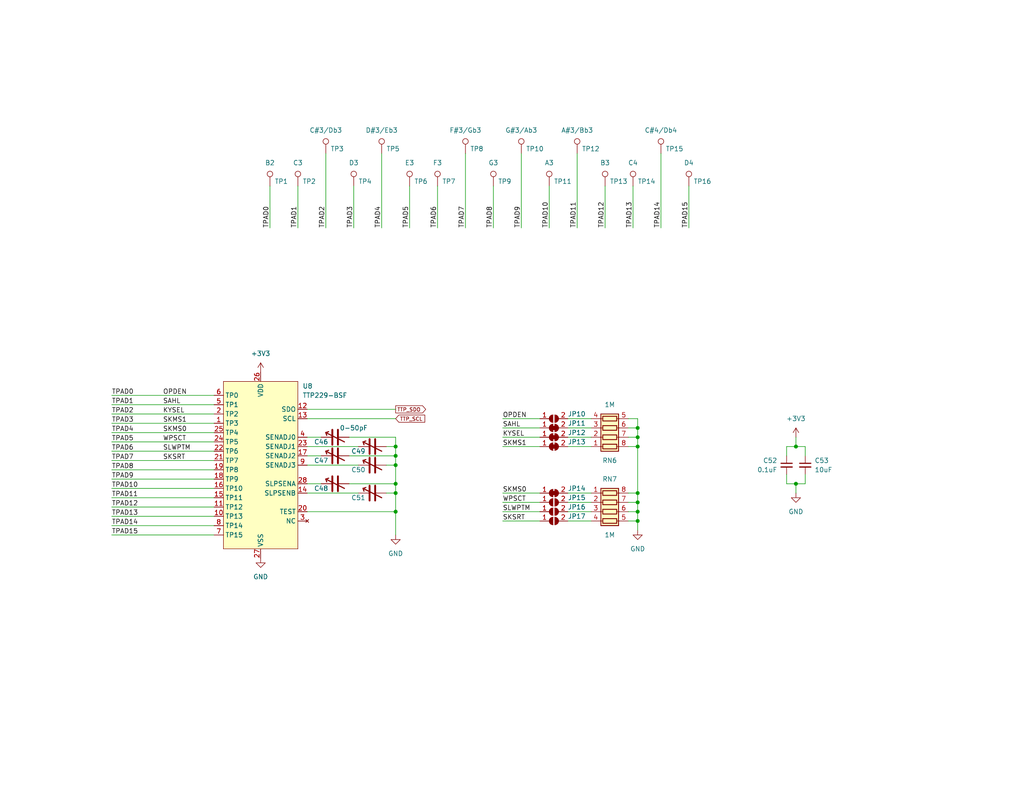
<source format=kicad_sch>
(kicad_sch (version 20230121) (generator eeschema)
  (paper "A")
  (title_block (title "pico_synth_sandbox - Touch Keyboard") (date "2023-11-29") (rev "2") (comment 3 "pico-synth-sandbox.dcdalrymple.com") (comment 4 "D Cooper Dalrymple"))
  (lib_symbols
    (symbol "Connector:TestPoint" (pin_numbers hide) (pin_names (offset 0.762) hide)
      (property "Reference" "TP" (at 0 6.858 0))
      (property "Value" "TestPoint" (at 0 5.08 0))
      (symbol "TestPoint_0_1"
        (circle (center 0 3.302) (radius 0.762))
      )
      (symbol "TestPoint_1_1"
        (pin passive line (at 0 0 90) (length 2.54) (name "1") (number "1"))
      )
    )
    (symbol "Device:C_Small" (pin_numbers hide) (pin_names (offset 0.254) hide)
      (property "Reference" "C" (at 0.254 1.778 0))
      (property "Value" "C_Small" (at 0.254 -2.032 0))
      (symbol "C_Small_0_1"
        (polyline (pts (xy -1.524 -0.508) (xy 1.524 -0.508)) (stroke (width 0.3302)))
        (polyline (pts (xy -1.524 0.508) (xy 1.524 0.508)) (stroke (width 0.3048)))
      )
      (symbol "C_Small_1_1"
        (pin passive line (at 0 2.54 270) (length 2.032) (name "~") (number "1"))
        (pin passive line (at 0 -2.54 90) (length 2.032) (name "~") (number "2"))
      )
    )
    (symbol "Device:C_Variable" (pin_numbers hide) (pin_names (offset 0.254) hide)
      (property "Reference" "C" (at 0.635 -1.905 0))
      (property "Value" "C_Variable" (at 0.635 -3.81 0))
      (symbol "C_Variable_0_1"
        (polyline (pts (xy -2.032 -0.762) (xy 2.032 -0.762)) (stroke (width 0.508)))
        (polyline (pts (xy -2.032 0.762) (xy 2.032 0.762)) (stroke (width 0.508)))
        (polyline (pts (xy 1.27 2.54) (xy -1.27 -2.54)) (stroke (width 0.3048)))
        (polyline (pts (xy 1.27 2.54) (xy 0.508 2.286)) (stroke (width 0.3048)))
        (polyline (pts (xy 1.27 2.54) (xy 1.524 1.778)) (stroke (width 0.3048)))
      )
      (symbol "C_Variable_1_1"
        (pin passive line (at 0 3.81 270) (length 3.048) (name "~") (number "1"))
        (pin passive line (at 0 -3.81 90) (length 3.048) (name "~") (number "2"))
      )
    )
    (symbol "Device:R_Pack04" (pin_names (offset 0) hide)
      (property "Reference" "RN" (at -7.62 0 90))
      (property "Value" "R_Pack04" (at 5.08 0 90))
      (symbol "R_Pack04_0_1"
        (rectangle (start -6.35 -2.413) (end 3.81 2.413) (stroke (width 0.254)) (fill (type background)))
        (rectangle (start -5.715 1.905) (end -4.445 -1.905) (stroke (width 0.254)))
        (rectangle (start -3.175 1.905) (end -1.905 -1.905) (stroke (width 0.254)))
        (rectangle (start -0.635 1.905) (end 0.635 -1.905) (stroke (width 0.254)))
        (polyline (pts (xy -5.08 -2.54) (xy -5.08 -1.905)))
        (polyline (pts (xy -5.08 1.905) (xy -5.08 2.54)))
        (polyline (pts (xy -2.54 -2.54) (xy -2.54 -1.905)))
        (polyline (pts (xy -2.54 1.905) (xy -2.54 2.54)))
        (polyline (pts (xy 0 -2.54) (xy 0 -1.905)))
        (polyline (pts (xy 0 1.905) (xy 0 2.54)))
        (polyline (pts (xy 2.54 -2.54) (xy 2.54 -1.905)))
        (polyline (pts (xy 2.54 1.905) (xy 2.54 2.54)))
        (rectangle (start 1.905 1.905) (end 3.175 -1.905) (stroke (width 0.254)))
      )
      (symbol "R_Pack04_1_1"
        (pin passive line (at -5.08 -5.08 90) (length 2.54) (name "R1.1") (number "1"))
        (pin passive line (at -2.54 -5.08 90) (length 2.54) (name "R2.1") (number "2"))
        (pin passive line (at 0 -5.08 90) (length 2.54) (name "R3.1") (number "3"))
        (pin passive line (at 2.54 -5.08 90) (length 2.54) (name "R4.1") (number "4"))
        (pin passive line (at 2.54 5.08 270) (length 2.54) (name "R4.2") (number "5"))
        (pin passive line (at 0 5.08 270) (length 2.54) (name "R3.2") (number "6"))
        (pin passive line (at -2.54 5.08 270) (length 2.54) (name "R2.2") (number "7"))
        (pin passive line (at -5.08 5.08 270) (length 2.54) (name "R1.2") (number "8"))
      )
    )
    (symbol "Jumper:SolderJumper_2_Bridged" (pin_names (offset 0) hide)
      (property "Reference" "JP" (at 0 2.032 0))
      (property "Value" "SolderJumper_2_Bridged" (at 0 -2.54 0))
      (symbol "SolderJumper_2_Bridged_0_1"
        (rectangle (start -0.508 0.508) (end 0.508 -0.508) (fill (type outline)))
        (arc (start -0.254 1.016) (mid -1.2656 0) (end -0.254 -1.016))
        (arc (start -0.254 1.016) (mid -1.2656 0) (end -0.254 -1.016) (fill (type outline)))
        (polyline (pts (xy -0.254 1.016) (xy -0.254 -1.016)))
        (polyline (pts (xy 0.254 1.016) (xy 0.254 -1.016)))
        (arc (start 0.254 -1.016) (mid 1.2656 0) (end 0.254 1.016))
        (arc (start 0.254 -1.016) (mid 1.2656 0) (end 0.254 1.016) (fill (type outline)))
      )
      (symbol "SolderJumper_2_Bridged_1_1"
        (pin passive line (at -3.81 0 0) (length 2.54) (name "A") (number "1"))
        (pin passive line (at 3.81 0 180) (length 2.54) (name "B") (number "2"))
      )
    )
    (symbol "Jumper:SolderJumper_2_Open" (pin_names (offset 0) hide)
      (property "Reference" "JP" (at 0 2.032 0))
      (property "Value" "SolderJumper_2_Open" (at 0 -2.54 0))
      (symbol "SolderJumper_2_Open_0_1"
        (arc (start -0.254 1.016) (mid -1.2656 0) (end -0.254 -1.016))
        (arc (start -0.254 1.016) (mid -1.2656 0) (end -0.254 -1.016) (fill (type outline)))
        (polyline (pts (xy -0.254 1.016) (xy -0.254 -1.016)))
        (polyline (pts (xy 0.254 1.016) (xy 0.254 -1.016)))
        (arc (start 0.254 -1.016) (mid 1.2656 0) (end 0.254 1.016))
        (arc (start 0.254 -1.016) (mid 1.2656 0) (end 0.254 1.016) (fill (type outline)))
      )
      (symbol "SolderJumper_2_Open_1_1"
        (pin passive line (at -3.81 0 0) (length 2.54) (name "A") (number "1"))
        (pin passive line (at 3.81 0 180) (length 2.54) (name "B") (number "2"))
      )
    )
    (symbol "pico_synth_sandbox:TTP229-BSF"
      (property "Reference" "U" (at 11.43 21.59 0))
      (property "Value" "TTP229-BSF" (at 11.43 19.05 0))
      (symbol "TTP229-BSF_1_1"
        (rectangle (start -10.16 22.86) (end 10.16 -22.86) (fill (type background)))
        (pin input line (at -12.7 11.43 0) (length 2.54) (name "TP3") (number "1"))
        (pin input line (at -12.7 -13.97 0) (length 2.54) (name "TP13") (number "10"))
        (pin input line (at -12.7 -11.43 0) (length 2.54) (name "TP12") (number "11"))
        (pin output line (at 12.7 15.24 180) (length 2.54) (name "SDO") (number "12"))
        (pin input line (at 12.7 12.7 180) (length 2.54) (name "SCL") (number "13"))
        (pin input line (at 12.7 -7.62 180) (length 2.54) (name "SLPSENB") (number "14"))
        (pin input line (at -12.7 -8.89 0) (length 2.54) (name "TP11") (number "15"))
        (pin input line (at -12.7 -6.35 0) (length 2.54) (name "TP10") (number "16"))
        (pin input line (at 12.7 2.54 180) (length 2.54) (name "SENADJ2") (number "17"))
        (pin input line (at -12.7 -3.81 0) (length 2.54) (name "TP9") (number "18"))
        (pin input line (at -12.7 -1.27 0) (length 2.54) (name "TP8") (number "19"))
        (pin input line (at -12.7 13.97 0) (length 2.54) (name "TP2") (number "2"))
        (pin input line (at 12.7 -12.7 180) (length 2.54) (name "TEST") (number "20"))
        (pin input line (at -12.7 1.27 0) (length 2.54) (name "TP7") (number "21"))
        (pin input line (at -12.7 3.81 0) (length 2.54) (name "TP6") (number "22"))
        (pin input line (at 12.7 5.08 180) (length 2.54) (name "SENADJ1") (number "23"))
        (pin input line (at -12.7 6.35 0) (length 2.54) (name "TP5") (number "24"))
        (pin input line (at -12.7 8.89 0) (length 2.54) (name "TP4") (number "25"))
        (pin power_in line (at 0 25.4 270) (length 2.54) (name "VDD") (number "26"))
        (pin power_in line (at 0 -25.4 90) (length 2.54) (name "VSS") (number "27"))
        (pin input line (at 12.7 -5.08 180) (length 2.54) (name "SLPSENA") (number "28"))
        (pin no_connect line (at 12.7 -15.24 180) (length 2.54) (name "NC") (number "3"))
        (pin input line (at 12.7 7.62 180) (length 2.54) (name "SENADJ0") (number "4"))
        (pin input line (at -12.7 16.51 0) (length 2.54) (name "TP1") (number "5"))
        (pin input line (at -12.7 19.05 0) (length 2.54) (name "TP0") (number "6"))
        (pin input line (at -12.7 -19.05 0) (length 2.54) (name "TP15") (number "7"))
        (pin input line (at -12.7 -16.51 0) (length 2.54) (name "TP14") (number "8"))
        (pin input line (at 12.7 0 180) (length 2.54) (name "SENADJ3") (number "9"))
      )
    )
    (symbol "power:+3V3" (power) (pin_names (offset 0))
      (property "Value" "+3V3" (at 0 3.556 0))
      (symbol "+3V3_0_1"
        (polyline (pts (xy -0.762 1.27) (xy 0 2.54)))
        (polyline (pts (xy 0 0) (xy 0 2.54)))
        (polyline (pts (xy 0 2.54) (xy 0.762 1.27)))
      )
      (symbol "+3V3_1_1"
        (pin power_in line (at 0 0 90) (length 0) hide (name "+3V3") (number "1"))
      )
    )
    (symbol "power:GND" (power) (pin_names (offset 0))
      (property "Value" "GND" (at 0 -3.81 0))
      (symbol "GND_0_1"
        (polyline (pts (xy 0 0) (xy 0 -1.27) (xy 1.27 -1.27) (xy 0 -2.54) (xy -1.27 -1.27) (xy 0 -1.27)))
      )
      (symbol "GND_1_1"
        (pin power_in line (at 0 0 270) (length 0) hide (name "GND") (number "1"))
      )
    )
  )
  (junction (at 173.99 119.38))
  (junction (at 173.99 142.24))
  (junction (at 173.99 134.62))
  (junction (at 107.95 132.08))
  (junction (at 107.95 139.7))
  (junction (at 173.99 137.16))
  (junction (at 107.95 124.46))
  (junction (at 107.95 121.92))
  (junction (at 173.99 139.7))
  (junction (at 173.99 121.92))
  (junction (at 107.95 127))
  (junction (at 217.17 132.08))
  (junction (at 107.95 134.62))
  (junction (at 217.17 121.92))
  (junction (at 173.99 116.84))
  (wire (pts (xy 83.82 134.62) (xy 97.79 134.62)))
  (wire (pts (xy 30.48 115.57) (xy 58.42 115.57)))
  (wire (pts (xy 171.45 137.16) (xy 173.99 137.16)))
  (wire (pts (xy 30.48 123.19) (xy 58.42 123.19)))
  (wire (pts (xy 214.63 132.08) (xy 214.63 129.54)))
  (wire (pts (xy 217.17 121.92) (xy 219.71 121.92)))
  (wire (pts (xy 88.9 41.91) (xy 88.9 62.23)))
  (wire (pts (xy 154.94 142.24) (xy 161.29 142.24)))
  (wire (pts (xy 171.45 134.62) (xy 173.99 134.62)))
  (wire (pts (xy 142.24 41.91) (xy 142.24 62.23)))
  (wire (pts (xy 173.99 137.16) (xy 173.99 139.7)))
  (wire (pts (xy 137.16 116.84) (xy 147.32 116.84)))
  (wire (pts (xy 30.48 135.89) (xy 58.42 135.89)))
  (wire (pts (xy 107.95 124.46) (xy 107.95 127)))
  (wire (pts (xy 107.95 132.08) (xy 107.95 134.62)))
  (wire (pts (xy 107.95 127) (xy 107.95 132.08)))
  (wire (pts (xy 173.99 142.24) (xy 173.99 144.78)))
  (wire (pts (xy 96.52 50.8) (xy 96.52 62.23)))
  (wire (pts (xy 149.86 50.8) (xy 149.86 62.23)))
  (wire (pts (xy 95.25 132.08) (xy 107.95 132.08)))
  (wire (pts (xy 137.16 119.38) (xy 147.32 119.38)))
  (wire (pts (xy 137.16 114.3) (xy 147.32 114.3)))
  (wire (pts (xy 173.99 119.38) (xy 173.99 121.92)))
  (wire (pts (xy 134.62 50.8) (xy 134.62 62.23)))
  (wire (pts (xy 171.45 116.84) (xy 173.99 116.84)))
  (wire (pts (xy 217.17 119.38) (xy 217.17 121.92)))
  (wire (pts (xy 173.99 116.84) (xy 173.99 119.38)))
  (wire (pts (xy 119.38 50.8) (xy 119.38 62.23)))
  (wire (pts (xy 83.82 114.3) (xy 107.95 114.3)))
  (wire (pts (xy 217.17 121.92) (xy 214.63 121.92)))
  (wire (pts (xy 219.71 121.92) (xy 219.71 124.46)))
  (wire (pts (xy 173.99 121.92) (xy 171.45 121.92)))
  (wire (pts (xy 173.99 121.92) (xy 173.99 134.62)))
  (wire (pts (xy 154.94 139.7) (xy 161.29 139.7)))
  (wire (pts (xy 30.48 113.03) (xy 58.42 113.03)))
  (wire (pts (xy 107.95 134.62) (xy 107.95 139.7)))
  (wire (pts (xy 30.48 118.11) (xy 58.42 118.11)))
  (wire (pts (xy 30.48 143.51) (xy 58.42 143.51)))
  (wire (pts (xy 30.48 107.95) (xy 58.42 107.95)))
  (wire (pts (xy 180.34 41.91) (xy 180.34 62.23)))
  (wire (pts (xy 111.76 50.8) (xy 111.76 62.23)))
  (wire (pts (xy 173.99 142.24) (xy 171.45 142.24)))
  (wire (pts (xy 137.16 121.92) (xy 147.32 121.92)))
  (wire (pts (xy 83.82 121.92) (xy 97.79 121.92)))
  (wire (pts (xy 154.94 116.84) (xy 161.29 116.84)))
  (wire (pts (xy 214.63 121.92) (xy 214.63 124.46)))
  (wire (pts (xy 187.96 50.8) (xy 187.96 62.23)))
  (wire (pts (xy 30.48 130.81) (xy 58.42 130.81)))
  (wire (pts (xy 105.41 121.92) (xy 107.95 121.92)))
  (wire (pts (xy 73.66 50.8) (xy 73.66 62.23)))
  (wire (pts (xy 107.95 121.92) (xy 107.95 124.46)))
  (wire (pts (xy 154.94 134.62) (xy 161.29 134.62)))
  (wire (pts (xy 172.72 50.8) (xy 172.72 62.23)))
  (wire (pts (xy 217.17 132.08) (xy 214.63 132.08)))
  (wire (pts (xy 30.48 128.27) (xy 58.42 128.27)))
  (wire (pts (xy 173.99 139.7) (xy 173.99 142.24)))
  (wire (pts (xy 154.94 119.38) (xy 161.29 119.38)))
  (wire (pts (xy 83.82 139.7) (xy 107.95 139.7)))
  (wire (pts (xy 154.94 137.16) (xy 161.29 137.16)))
  (wire (pts (xy 105.41 134.62) (xy 107.95 134.62)))
  (wire (pts (xy 171.45 119.38) (xy 173.99 119.38)))
  (wire (pts (xy 173.99 114.3) (xy 173.99 116.84)))
  (wire (pts (xy 137.16 137.16) (xy 147.32 137.16)))
  (wire (pts (xy 30.48 110.49) (xy 58.42 110.49)))
  (wire (pts (xy 30.48 140.97) (xy 58.42 140.97)))
  (wire (pts (xy 165.1 50.8) (xy 165.1 62.23)))
  (wire (pts (xy 30.48 146.05) (xy 58.42 146.05)))
  (wire (pts (xy 219.71 129.54) (xy 219.71 132.08)))
  (wire (pts (xy 137.16 142.24) (xy 147.32 142.24)))
  (wire (pts (xy 107.95 139.7) (xy 107.95 146.05)))
  (wire (pts (xy 171.45 139.7) (xy 173.99 139.7)))
  (wire (pts (xy 105.41 127) (xy 107.95 127)))
  (wire (pts (xy 81.28 50.8) (xy 81.28 62.23)))
  (wire (pts (xy 173.99 134.62) (xy 173.99 137.16)))
  (wire (pts (xy 83.82 124.46) (xy 87.63 124.46)))
  (wire (pts (xy 154.94 114.3) (xy 161.29 114.3)))
  (wire (pts (xy 157.48 41.91) (xy 157.48 62.23)))
  (wire (pts (xy 83.82 132.08) (xy 87.63 132.08)))
  (wire (pts (xy 137.16 134.62) (xy 147.32 134.62)))
  (wire (pts (xy 30.48 133.35) (xy 58.42 133.35)))
  (wire (pts (xy 83.82 127) (xy 97.79 127)))
  (wire (pts (xy 30.48 120.65) (xy 58.42 120.65)))
  (wire (pts (xy 95.25 119.38) (xy 107.95 119.38)))
  (wire (pts (xy 107.95 119.38) (xy 107.95 121.92)))
  (wire (pts (xy 30.48 125.73) (xy 58.42 125.73)))
  (wire (pts (xy 154.94 121.92) (xy 161.29 121.92)))
  (wire (pts (xy 83.82 119.38) (xy 87.63 119.38)))
  (wire (pts (xy 219.71 132.08) (xy 217.17 132.08)))
  (wire (pts (xy 171.45 114.3) (xy 173.99 114.3)))
  (wire (pts (xy 104.14 41.91) (xy 104.14 62.23)))
  (wire (pts (xy 127 41.91) (xy 127 62.23)))
  (wire (pts (xy 217.17 132.08) (xy 217.17 134.62)))
  (wire (pts (xy 83.82 111.76) (xy 107.95 111.76)))
  (wire (pts (xy 30.48 138.43) (xy 58.42 138.43)))
  (wire (pts (xy 95.25 124.46) (xy 107.95 124.46)))
  (wire (pts (xy 137.16 139.7) (xy 147.32 139.7)))
  (label "TPAD0" (at 73.66 62.23 90))
  (label "SLWPTM" (at 137.16 139.7 0))
  (label "TPAD4" (at 104.14 62.23 90))
  (label "TPAD13" (at 172.72 62.23 90))
  (label "TPAD4" (at 30.48 118.11 0))
  (label "TPAD9" (at 142.24 62.23 90))
  (label "TPAD13" (at 30.48 140.97 0))
  (label "TPAD11" (at 30.48 135.89 0))
  (label "TPAD2" (at 88.9 62.23 90))
  (label "SKSRT" (at 44.45 125.73 0))
  (label "TPAD8" (at 134.62 62.23 90))
  (label "TPAD15" (at 187.96 62.23 90))
  (label "TPAD7" (at 127 62.23 90))
  (label "TPAD11" (at 157.48 62.23 90))
  (label "TPAD8" (at 30.48 128.27 0))
  (label "SKMS1" (at 137.16 121.92 0))
  (label "WPSCT" (at 44.45 120.65 0))
  (label "TPAD5" (at 111.76 62.23 90))
  (label "TPAD12" (at 165.1 62.23 90))
  (label "TPAD6" (at 30.48 123.19 0))
  (label "WPSCT" (at 137.16 137.16 0))
  (label "TPAD9" (at 30.48 130.81 0))
  (label "TPAD15" (at 30.48 146.05 0))
  (label "SKSRT" (at 137.16 142.24 0))
  (label "TPAD1" (at 81.28 62.23 90))
  (label "TPAD3" (at 96.52 62.23 90))
  (label "KYSEL" (at 44.45 113.03 0))
  (label "TPAD6" (at 119.38 62.23 90))
  (label "TPAD12" (at 30.48 138.43 0))
  (label "TPAD10" (at 30.48 133.35 0))
  (label "KYSEL" (at 137.16 119.38 0))
  (label "TPAD1" (at 30.48 110.49 0))
  (label "SKMS0" (at 44.45 118.11 0))
  (label "SKMS0" (at 137.16 134.62 0))
  (label "OPDEN" (at 44.45 107.95 0))
  (label "TPAD2" (at 30.48 113.03 0))
  (label "SAHL" (at 44.45 110.49 0))
  (label "TPAD0" (at 30.48 107.95 0))
  (label "SAHL" (at 137.16 116.84 0))
  (label "TPAD7" (at 30.48 125.73 0))
  (label "TPAD3" (at 30.48 115.57 0))
  (label "SKMS1" (at 44.45 115.57 0))
  (label "TPAD14" (at 30.48 143.51 0))
  (label "SLWPTM" (at 44.45 123.19 0))
  (label "TPAD14" (at 180.34 62.23 90))
  (label "TPAD10" (at 149.86 62.23 90))
  (label "TPAD5" (at 30.48 120.65 0))
  (label "OPDEN" (at 137.16 114.3 0))
  (global_label "TTP_SDO" (shape output) (at 107.95 111.76 0) (effects (font (size 1 1))) (property "Intersheetrefs" "${INTERSHEET_REFS}" (effects hide)))
  (global_label "TTP_SCL" (shape input) (at 107.95 114.3 0) (effects (font (size 1 1))) (property "Intersheetrefs" "${INTERSHEET_REFS}" (effects hide)))
  (symbol (lib_id "Connector:TestPoint") (at 149.86 50.8 0) (mirror y) (unit 1)
    (property "Reference" "TP11" (at 151.13 49.53 0) (effects (justify right)))
    (property "Value" "A3" (at 149.86 44.45 0))
    (property "Footprint" "pico_synth_sandbox:CapKeysWhiteMiddle" (effects hide))
    (instances (project "pico_synth_sandbox" (path "" (reference "TP11") (unit 1)) (path "" (reference "TP20") (unit 1))))
  )
  (symbol (lib_id "Connector:TestPoint") (at 157.48 41.91 0) (mirror y) (unit 1)
    (property "Reference" "TP12" (at 158.75 40.64 0) (effects (justify right)))
    (property "Value" "A#3/Bb3" (at 157.48 35.56 0))
    (property "Footprint" "pico_synth_sandbox:CapKeysBlack" (effects hide))
    (instances (project "pico_synth_sandbox" (path "" (reference "TP12") (unit 1)) (path "" (reference "TP21") (unit 1))))
  )
  (symbol (lib_id "Device:C_Variable") (at 91.44 119.38 90) (unit 1)
    (property "Reference" "C46" (at 87.63 120.65 90))
    (property "Value" "0-50pF" (at 96.52 116.84 90))
    (property "Footprint" "Capacitor_SMD:C_0805_2012Metric_Pad1.18x1.45mm_HandSolder" (effects hide))
  )
  (symbol (lib_id "Device:C_Variable") (at 101.6 127 90) (unit 1)
    (property "Reference" "C50" (at 97.79 128.27 90))
    (property "Value" "0-50pF" (effects hide))
    (property "Footprint" "Capacitor_SMD:C_0805_2012Metric_Pad1.18x1.45mm_HandSolder" (effects hide))
  )
  (symbol (lib_id "power:GND") (at 107.95 146.05 0) (unit 1)
    (property "Reference" "#PWR0125" (effects hide))
    (property "Value" "GND" (at 107.95 151.13 0))
  )
  (symbol (lib_id "Connector:TestPoint") (at 172.72 50.8 0) (mirror y) (unit 1)
    (property "Reference" "TP14" (at 173.99 49.53 0) (effects (justify right)))
    (property "Value" "C4" (at 172.72 44.45 0))
    (property "Footprint" "pico_synth_sandbox:CapKeysWhiteLeft" (effects hide))
    (instances (project "pico_synth_sandbox" (path "" (reference "TP14") (unit 1)) (path "" (reference "TP23") (unit 1))))
  )
  (symbol (lib_id "Connector:TestPoint") (at 142.24 41.91 0) (mirror y) (unit 1)
    (property "Reference" "TP10" (at 143.51 40.64 0) (effects (justify right)))
    (property "Value" "G#3/Ab3" (at 142.24 35.56 0))
    (property "Footprint" "pico_synth_sandbox:CapKeysBlack" (effects hide))
    (instances (project "pico_synth_sandbox" (path "" (reference "TP10") (unit 1)) (path "" (reference "TP19") (unit 1))))
  )
  (symbol (lib_id "Connector:TestPoint") (at 119.38 50.8 0) (mirror y) (unit 1)
    (property "Reference" "TP7" (at 120.65 49.53 0) (effects (justify right)))
    (property "Value" "F3" (at 119.38 44.45 0))
    (property "Footprint" "pico_synth_sandbox:CapKeysWhiteLeft" (effects hide))
    (instances (project "pico_synth_sandbox" (path "" (reference "TP7") (unit 1)) (path "" (reference "TP16") (unit 1))))
  )
  (symbol (lib_id "Connector:TestPoint") (at 88.9 41.91 0) (mirror y) (unit 1)
    (property "Reference" "TP3" (at 90.17 40.64 0) (effects (justify right)))
    (property "Value" "C#3/Db3" (at 88.9 35.56 0))
    (property "Footprint" "pico_synth_sandbox:CapKeysBlack" (effects hide))
    (instances (project "pico_synth_sandbox" (path "" (reference "TP3") (unit 1)) (path "" (reference "TP12") (unit 1))))
  )
  (symbol (lib_id "Jumper:SolderJumper_2_Open") (at 151.13 139.7 0) (mirror x) (unit 1)
    (property "Reference" "JP16" (at 154.94 138.43 0) (effects (justify left)))
    (property "Value" "SLWPTM" (effects hide))
    (property "Footprint" "Jumper:SolderJumper-2_P1.3mm_Open_RoundedPad1.0x1.5mm" (effects hide))
  )
  (symbol (lib_id "Connector:TestPoint") (at 104.14 41.91 0) (mirror y) (unit 1)
    (property "Reference" "TP5" (at 105.41 40.64 0) (effects (justify right)))
    (property "Value" "D#3/Eb3" (at 104.14 35.56 0))
    (property "Footprint" "pico_synth_sandbox:CapKeysBlack" (effects hide))
    (instances (project "pico_synth_sandbox" (path "" (reference "TP5") (unit 1)) (path "" (reference "TP14") (unit 1))))
  )
  (symbol (lib_id "Device:C_Variable") (at 101.6 134.62 90) (unit 1)
    (property "Reference" "C51" (at 97.79 135.89 90))
    (property "Value" "0-50pF" (effects hide))
    (property "Footprint" "Capacitor_SMD:C_0805_2012Metric_Pad1.18x1.45mm_HandSolder" (effects hide))
  )
  (symbol (lib_id "Device:C_Variable") (at 91.44 132.08 90) (unit 1)
    (property "Reference" "C48" (at 87.63 133.35 90))
    (property "Value" "0-50pF" (effects hide))
    (property "Footprint" "Capacitor_SMD:C_0805_2012Metric_Pad1.18x1.45mm_HandSolder" (effects hide))
  )
  (symbol (lib_id "Jumper:SolderJumper_2_Bridged") (at 151.13 116.84 0) (mirror x) (unit 1)
    (property "Reference" "JP11" (at 154.94 115.57 0) (effects (justify left)))
    (property "Value" "SAHL" (effects hide))
    (property "Footprint" "Jumper:SolderJumper-2_P1.3mm_Bridged_RoundedPad1.0x1.5mm" (effects hide))
  )
  (symbol (lib_id "Connector:TestPoint") (at 81.28 50.8 0) (mirror y) (unit 1)
    (property "Reference" "TP2" (at 82.55 49.53 0) (effects (justify right)))
    (property "Value" "C3" (at 81.28 44.45 0))
    (property "Footprint" "pico_synth_sandbox:CapKeysWhiteLeft" (effects hide))
    (instances (project "pico_synth_sandbox" (path "" (reference "TP2") (unit 1)) (path "" (reference "TP11") (unit 1))))
  )
  (symbol (lib_id "Connector:TestPoint") (at 96.52 50.8 0) (mirror y) (unit 1)
    (property "Reference" "TP4" (at 97.79 49.53 0) (effects (justify right)))
    (property "Value" "D3" (at 96.52 44.45 0))
    (property "Footprint" "pico_synth_sandbox:CapKeysWhiteMiddle" (effects hide))
    (instances (project "pico_synth_sandbox" (path "" (reference "TP4") (unit 1)) (path "" (reference "TP13") (unit 1))))
  )
  (symbol (lib_id "Connector:TestPoint") (at 73.66 50.8 0) (mirror y) (unit 1)
    (property "Reference" "TP1" (at 74.93 49.53 0) (effects (justify right)))
    (property "Value" "B2" (at 73.66 44.45 0))
    (property "Footprint" "pico_synth_sandbox:CapKeysWhite" (effects hide))
    (instances (project "pico_synth_sandbox" (path "" (reference "TP1") (unit 1)) (path "" (reference "TP10") (unit 1))))
  )
  (symbol (lib_id "Device:R_Pack04") (at 166.37 139.7 270) (unit 1)
    (property "Reference" "RN7" (at 166.37 130.81 90))
    (property "Value" "1M" (at 166.37 146.05 90))
    (property "Footprint" "Resistor_SMD:R_Array_Convex_4x1206" (effects hide))
  )
  (symbol (lib_id "Device:C_Variable") (at 101.6 121.92 90) (unit 1)
    (property "Reference" "C49" (at 97.79 123.19 90))
    (property "Value" "0-50pF" (effects hide))
    (property "Footprint" "Capacitor_SMD:C_0805_2012Metric_Pad1.18x1.45mm_HandSolder" (effects hide))
  )
  (symbol (lib_id "pico_synth_sandbox:TTP229-BSF") (at 71.12 127 0) (unit 1)
    (property "Reference" "U8" (at 82.55 105.41 0) (effects (justify left)))
    (property "Value" "TTP229-BSF" (at 82.55 107.95 0) (effects (justify left)))
    (property "Footprint" "Package_SO:SSOP-28_3.9x9.9mm_P0.635mm" (effects hide))
  )
  (symbol (lib_id "Connector:TestPoint") (at 134.62 50.8 0) (mirror y) (unit 1)
    (property "Reference" "TP9" (at 135.89 49.53 0) (effects (justify right)))
    (property "Value" "G3" (at 134.62 44.45 0))
    (property "Footprint" "pico_synth_sandbox:CapKeysWhiteMiddle" (effects hide))
    (instances (project "pico_synth_sandbox" (path "" (reference "TP9") (unit 1)) (path "" (reference "TP18") (unit 1))))
  )
  (symbol (lib_id "Jumper:SolderJumper_2_Bridged") (at 151.13 134.62 0) (mirror x) (unit 1)
    (property "Reference" "JP14" (at 154.94 133.35 0) (effects (justify left)))
    (property "Value" "SKMS0" (effects hide))
    (property "Footprint" "Jumper:SolderJumper-2_P1.3mm_Bridged_RoundedPad1.0x1.5mm" (effects hide))
  )
  (symbol (lib_id "power:GND") (at 217.17 134.62 0) (unit 1)
    (property "Reference" "#PWR0128" (effects hide))
    (property "Value" "GND" (at 217.17 139.7 0))
  )
  (symbol (lib_id "Jumper:SolderJumper_2_Bridged") (at 151.13 119.38 0) (mirror x) (unit 1)
    (property "Reference" "JP12" (at 154.94 118.11 0) (effects (justify left)))
    (property "Value" "KYSEL" (effects hide))
    (property "Footprint" "Jumper:SolderJumper-2_P1.3mm_Bridged_RoundedPad1.0x1.5mm" (effects hide))
  )
  (symbol (lib_id "Device:C_Variable") (at 91.44 124.46 90) (unit 1)
    (property "Reference" "C47" (at 87.63 125.73 90))
    (property "Value" "0-50pF" (effects hide))
    (property "Footprint" "Capacitor_SMD:C_0805_2012Metric_Pad1.18x1.45mm_HandSolder" (effects hide))
  )
  (symbol (lib_id "Jumper:SolderJumper_2_Open") (at 151.13 142.24 0) (mirror x) (unit 1)
    (property "Reference" "JP17" (at 154.94 140.97 0) (effects (justify left)))
    (property "Value" "SKSRT" (effects hide))
    (property "Footprint" "Jumper:SolderJumper-2_P1.3mm_Open_RoundedPad1.0x1.5mm" (effects hide))
  )
  (symbol (lib_id "Connector:TestPoint") (at 187.96 50.8 0) (mirror y) (unit 1)
    (property "Reference" "TP16" (at 189.23 49.53 0) (effects (justify right)))
    (property "Value" "D4" (at 187.96 44.45 0))
    (property "Footprint" "pico_synth_sandbox:CapKeysWhiteRight" (effects hide))
    (instances (project "pico_synth_sandbox" (path "" (reference "TP16") (unit 1)) (path "" (reference "TP25") (unit 1))))
  )
  (symbol (lib_id "Device:C_Small") (at 219.71 127 0) (unit 1)
    (property "Reference" "C53" (at 222.25 125.7363 0) (effects (justify left)))
    (property "Value" "10uF" (at 222.25 128.2763 0) (effects (justify left)))
    (property "Footprint" "Capacitor_SMD:C_0805_2012Metric_Pad1.18x1.45mm_HandSolder" (effects hide))
  )
  (symbol (lib_id "Jumper:SolderJumper_2_Open") (at 151.13 114.3 0) (mirror x) (unit 1)
    (property "Reference" "JP10" (at 154.94 113.03 0) (effects (justify left)))
    (property "Value" "OPDEN" (effects hide))
    (property "Footprint" "Jumper:SolderJumper-2_P1.3mm_Open_RoundedPad1.0x1.5mm" (effects hide))
  )
  (symbol (lib_id "Connector:TestPoint") (at 127 41.91 0) (mirror y) (unit 1)
    (property "Reference" "TP8" (at 128.27 40.64 0) (effects (justify right)))
    (property "Value" "F#3/Gb3" (at 127 35.56 0))
    (property "Footprint" "pico_synth_sandbox:CapKeysBlack" (effects hide))
    (instances (project "pico_synth_sandbox" (path "" (reference "TP8") (unit 1)) (path "" (reference "TP17") (unit 1))))
  )
  (symbol (lib_id "Connector:TestPoint") (at 111.76 50.8 0) (mirror y) (unit 1)
    (property "Reference" "TP6" (at 113.03 49.53 0) (effects (justify right)))
    (property "Value" "E3" (at 111.76 44.45 0))
    (property "Footprint" "pico_synth_sandbox:CapKeysWhiteRight" (effects hide))
    (instances (project "pico_synth_sandbox" (path "" (reference "TP6") (unit 1)) (path "" (reference "TP15") (unit 1))))
  )
  (symbol (lib_id "Device:C_Small") (at 214.63 127 0) (mirror y) (unit 1)
    (property "Reference" "C52" (at 212.09 125.7363 0) (effects (justify left)))
    (property "Value" "0.1uF" (at 212.09 128.2763 0) (effects (justify left)))
    (property "Footprint" "Capacitor_SMD:C_0805_2012Metric_Pad1.18x1.45mm_HandSolder" (effects hide))
  )
  (symbol (lib_id "power:GND") (at 173.99 144.78 0) (mirror y) (unit 1)
    (property "Reference" "#PWR0126" (effects hide))
    (property "Value" "GND" (at 173.99 149.86 0))
  )
  (symbol (lib_id "power:GND") (at 71.12 152.4 0) (unit 1)
    (property "Reference" "#PWR0124" (effects hide))
    (property "Value" "GND" (at 71.12 157.48 0))
  )
  (symbol (lib_id "Jumper:SolderJumper_2_Bridged") (at 151.13 121.92 0) (mirror x) (unit 1)
    (property "Reference" "JP13" (at 154.94 120.65 0) (effects (justify left)))
    (property "Value" "SKMS1" (effects hide))
    (property "Footprint" "Jumper:SolderJumper-2_P1.3mm_Bridged_RoundedPad1.0x1.5mm" (effects hide))
  )
  (symbol (lib_id "Connector:TestPoint") (at 180.34 41.91 0) (mirror y) (unit 1)
    (property "Reference" "TP15" (at 181.61 40.64 0) (effects (justify right)))
    (property "Value" "C#4/Db4" (at 180.34 35.56 0))
    (property "Footprint" "pico_synth_sandbox:CapKeysBlack" (effects hide))
    (instances (project "pico_synth_sandbox" (path "" (reference "TP15") (unit 1)) (path "" (reference "TP24") (unit 1))))
  )
  (symbol (lib_id "power:+3V3") (at 71.12 101.6 0) (unit 1)
    (property "Reference" "#PWR0123" (effects hide))
    (property "Value" "+3V3" (at 71.12 96.52 0))
  )
  (symbol (lib_id "Jumper:SolderJumper_2_Open") (at 151.13 137.16 0) (mirror x) (unit 1)
    (property "Reference" "JP15" (at 154.94 135.89 0) (effects (justify left)))
    (property "Value" "WPSCT" (effects hide))
    (property "Footprint" "Jumper:SolderJumper-2_P1.3mm_Open_RoundedPad1.0x1.5mm" (effects hide))
  )
  (symbol (lib_id "power:+3V3") (at 217.17 119.38 0) (unit 1)
    (property "Reference" "#PWR0127" (effects hide))
    (property "Value" "+3V3" (at 217.17 114.3 0))
  )
  (symbol (lib_id "Device:R_Pack04") (at 166.37 116.84 270) (mirror x) (unit 1)
    (property "Reference" "RN6" (at 166.37 125.73 90))
    (property "Value" "1M" (at 166.37 110.49 90))
    (property "Footprint" "Resistor_SMD:R_Array_Convex_4x1206" (effects hide))
  )
  (symbol (lib_id "Connector:TestPoint") (at 165.1 50.8 0) (mirror y) (unit 1)
    (property "Reference" "TP13" (at 166.37 49.53 0) (effects (justify right)))
    (property "Value" "B3" (at 165.1 44.45 0))
    (property "Footprint" "pico_synth_sandbox:CapKeysWhiteRight" (effects hide))
    (instances (project "pico_synth_sandbox" (path "" (reference "TP13") (unit 1)) (path "" (reference "TP22") (unit 1))))
  )
)
</source>
